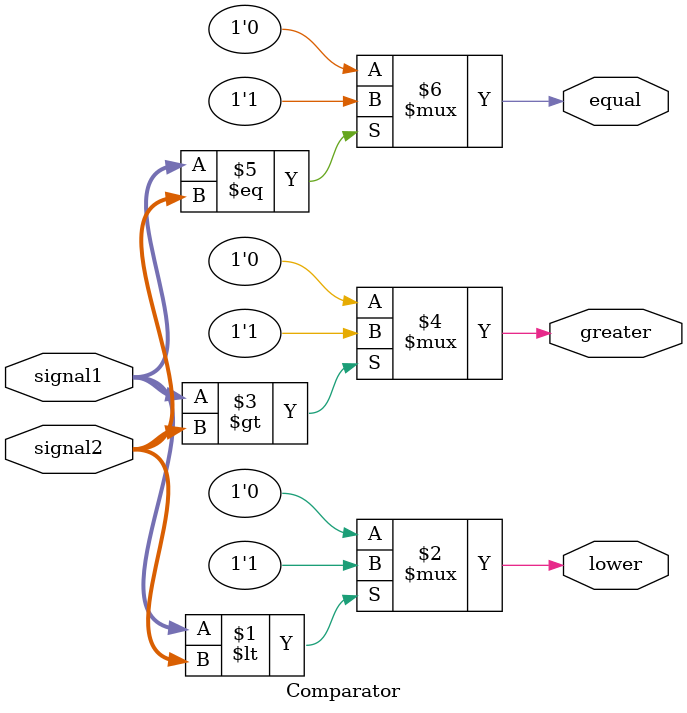
<source format=sv>
/*
Comparator Module

Inputs:
    signal1: First signal to compare
    signal2: Second signal to compare

Outputs:
    equal: indicate if signals are equal
*/
module Comparator(input  [9:0] signal1, signal2,
						output logic lower, greater, equal);

assign lower   = signal1 < signal2 ? 1'b1 : 1'b0;
assign greater = signal1 > signal2 ? 1'b1 : 1'b0;
assign equal   = signal1 == signal2 ? 1'b1 : 1'b0;

endmodule // Comparator

</source>
